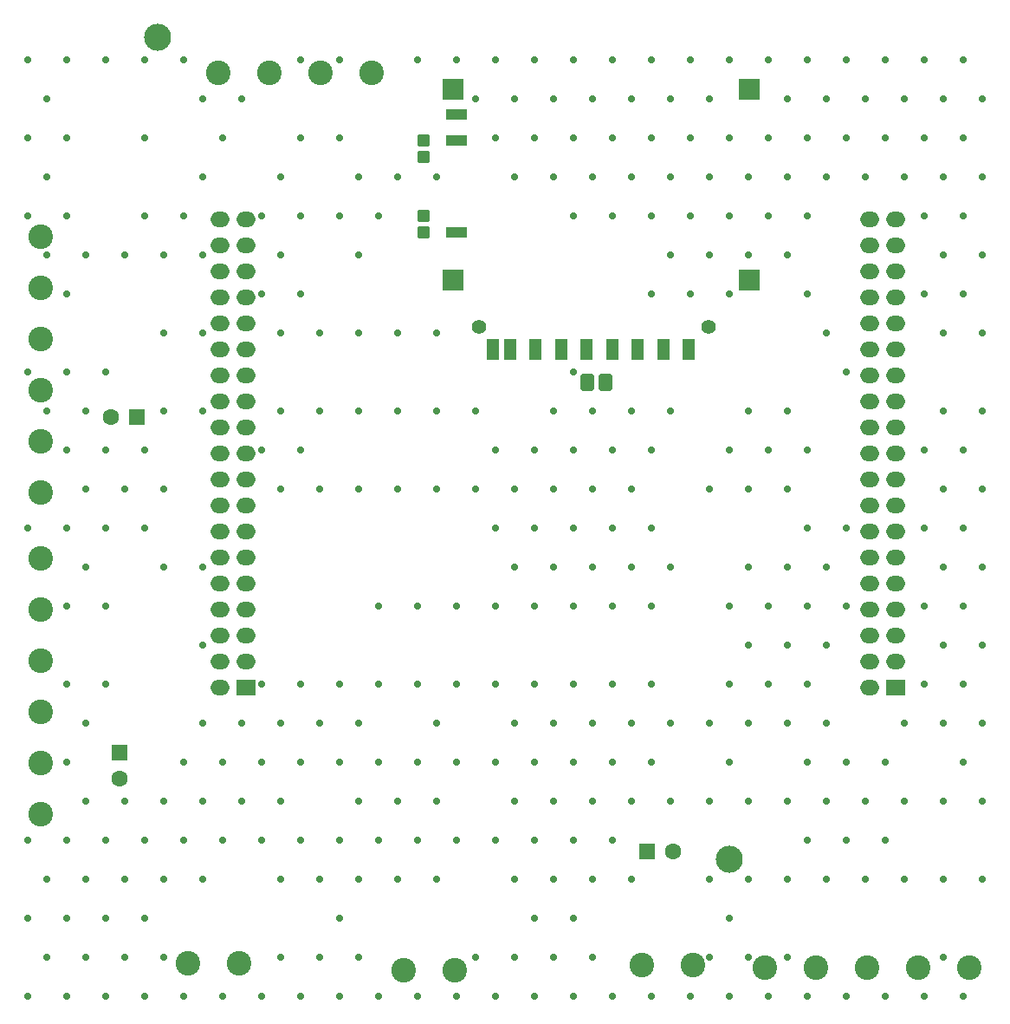
<source format=gbs>
G04*
G04 #@! TF.GenerationSoftware,Altium Limited,Altium Designer,21.0.9 (235)*
G04*
G04 Layer_Color=16711935*
%FSLAX25Y25*%
%MOIN*%
G70*
G04*
G04 #@! TF.SameCoordinates,EF3E8415-0D1F-43D6-88A8-43D94B7D360D*
G04*
G04*
G04 #@! TF.FilePolarity,Negative*
G04*
G01*
G75*
G04:AMPARAMS|DCode=27|XSize=53.21mil|YSize=66.99mil|CornerRadius=6.92mil|HoleSize=0mil|Usage=FLASHONLY|Rotation=0.000|XOffset=0mil|YOffset=0mil|HoleType=Round|Shape=RoundedRectangle|*
%AMROUNDEDRECTD27*
21,1,0.05321,0.05315,0,0,0.0*
21,1,0.03937,0.06699,0,0,0.0*
1,1,0.01384,0.01968,-0.02657*
1,1,0.01384,-0.01968,-0.02657*
1,1,0.01384,-0.01968,0.02657*
1,1,0.01384,0.01968,0.02657*
%
%ADD27ROUNDEDRECTD27*%
G04:AMPARAMS|DCode=36|XSize=47.31mil|YSize=43.37mil|CornerRadius=4.95mil|HoleSize=0mil|Usage=FLASHONLY|Rotation=180.000|XOffset=0mil|YOffset=0mil|HoleType=Round|Shape=RoundedRectangle|*
%AMROUNDEDRECTD36*
21,1,0.04731,0.03347,0,0,180.0*
21,1,0.03740,0.04337,0,0,180.0*
1,1,0.00991,-0.01870,0.01673*
1,1,0.00991,0.01870,0.01673*
1,1,0.00991,0.01870,-0.01673*
1,1,0.00991,-0.01870,-0.01673*
%
%ADD36ROUNDEDRECTD36*%
%ADD45C,0.10400*%
%ADD46C,0.09455*%
%ADD47R,0.06306X0.06306*%
%ADD48C,0.06306*%
%ADD49O,0.07400X0.05900*%
%ADD50R,0.07400X0.05900*%
%ADD51R,0.06306X0.06306*%
%ADD52C,0.05518*%
%ADD53C,0.02800*%
%ADD93R,0.04731X0.08274*%
%ADD94R,0.08274X0.04337*%
%ADD95R,0.08274X0.08274*%
D27*
X365453Y716000D02*
D03*
X372500D02*
D03*
D36*
X302500Y780000D02*
D03*
Y773701D02*
D03*
Y802701D02*
D03*
Y809000D02*
D03*
D45*
X420000Y532500D02*
D03*
X200000Y848500D02*
D03*
D46*
X155000Y609000D02*
D03*
Y589315D02*
D03*
Y549945D02*
D03*
Y569630D02*
D03*
Y648370D02*
D03*
Y628685D02*
D03*
X453315Y491000D02*
D03*
X433630D02*
D03*
X473000D02*
D03*
X492685D02*
D03*
X512370D02*
D03*
X406000Y492000D02*
D03*
X386315D02*
D03*
X223315Y835000D02*
D03*
X243000D02*
D03*
X282370D02*
D03*
X262685D02*
D03*
X231343Y492500D02*
D03*
X211658D02*
D03*
X294657Y490000D02*
D03*
X314342D02*
D03*
X155000Y732500D02*
D03*
Y712815D02*
D03*
Y673445D02*
D03*
Y693130D02*
D03*
Y771870D02*
D03*
Y752185D02*
D03*
D47*
X192000Y702500D02*
D03*
X388500Y535500D02*
D03*
D48*
X182000Y702500D02*
D03*
X185500Y563500D02*
D03*
X398500Y535500D02*
D03*
D49*
X224000Y778500D02*
D03*
X234000D02*
D03*
X224000Y768500D02*
D03*
X234000D02*
D03*
X224000Y758500D02*
D03*
X234000D02*
D03*
X224000Y748500D02*
D03*
X234000D02*
D03*
X224000Y738500D02*
D03*
X234000D02*
D03*
X224000Y728500D02*
D03*
X234000D02*
D03*
X224000Y718500D02*
D03*
X234000D02*
D03*
X224000Y708500D02*
D03*
X234000D02*
D03*
X224000Y698500D02*
D03*
X234000D02*
D03*
X224000Y688500D02*
D03*
X234000D02*
D03*
X224000Y678500D02*
D03*
X234000D02*
D03*
X224000Y668500D02*
D03*
X234000D02*
D03*
X224000Y658500D02*
D03*
X234000D02*
D03*
X224000Y648500D02*
D03*
X234000D02*
D03*
X224000Y638500D02*
D03*
X234000D02*
D03*
X224000Y628500D02*
D03*
X234000D02*
D03*
X224000Y618500D02*
D03*
X234000D02*
D03*
X224000Y608500D02*
D03*
X234000D02*
D03*
X224000Y598500D02*
D03*
X474000Y778500D02*
D03*
X484000D02*
D03*
X474000Y768500D02*
D03*
X484000D02*
D03*
X474000Y758500D02*
D03*
X484000D02*
D03*
X474000Y748500D02*
D03*
X484000D02*
D03*
X474000Y738500D02*
D03*
X484000D02*
D03*
X474000Y728500D02*
D03*
X484000D02*
D03*
X474000Y718500D02*
D03*
X484000D02*
D03*
X474000Y708500D02*
D03*
X484000D02*
D03*
X474000Y698500D02*
D03*
X484000D02*
D03*
X474000Y688500D02*
D03*
X484000D02*
D03*
X474000Y678500D02*
D03*
X484000D02*
D03*
X474000Y668500D02*
D03*
X484000D02*
D03*
X474000Y658500D02*
D03*
X484000D02*
D03*
X474000Y648500D02*
D03*
X484000D02*
D03*
X474000Y638500D02*
D03*
X484000D02*
D03*
X474000Y628500D02*
D03*
X484000D02*
D03*
X474000Y618500D02*
D03*
X484000D02*
D03*
X474000Y608500D02*
D03*
X484000D02*
D03*
X474000Y598500D02*
D03*
D50*
X234000D02*
D03*
X484000D02*
D03*
D51*
X185500Y573500D02*
D03*
D52*
X323799Y737303D02*
D03*
X411988D02*
D03*
D53*
X510000Y840000D02*
D03*
X517500Y825000D02*
D03*
X510000Y810000D02*
D03*
X517500Y795000D02*
D03*
X510000Y780000D02*
D03*
X517500Y765000D02*
D03*
X510000Y750000D02*
D03*
X517500Y735000D02*
D03*
Y705000D02*
D03*
X510000Y690000D02*
D03*
X517500Y675000D02*
D03*
X510000Y660000D02*
D03*
X517500Y645000D02*
D03*
X510000Y630000D02*
D03*
X517500Y615000D02*
D03*
X510000Y600000D02*
D03*
X517500Y585000D02*
D03*
X510000Y570000D02*
D03*
X517500Y555000D02*
D03*
Y525000D02*
D03*
X510000Y480000D02*
D03*
X495000Y840000D02*
D03*
X502500Y825000D02*
D03*
X495000Y810000D02*
D03*
X502500Y795000D02*
D03*
X495000Y780000D02*
D03*
X502500Y765000D02*
D03*
X495000Y750000D02*
D03*
X502500Y735000D02*
D03*
Y705000D02*
D03*
X495000Y690000D02*
D03*
X502500Y675000D02*
D03*
X495000Y660000D02*
D03*
X502500Y645000D02*
D03*
X495000Y630000D02*
D03*
X502500Y615000D02*
D03*
X495000Y600000D02*
D03*
X502500Y585000D02*
D03*
Y555000D02*
D03*
Y525000D02*
D03*
Y495000D02*
D03*
X495000Y480000D02*
D03*
X480000Y840000D02*
D03*
X487500Y825000D02*
D03*
X480000Y810000D02*
D03*
X487500Y795000D02*
D03*
Y585000D02*
D03*
X480000Y570000D02*
D03*
X487500Y555000D02*
D03*
X480000Y540000D02*
D03*
X487500Y525000D02*
D03*
X480000Y480000D02*
D03*
X465000Y840000D02*
D03*
X472500Y825000D02*
D03*
X465000Y810000D02*
D03*
X472500Y795000D02*
D03*
X465000Y720000D02*
D03*
Y660000D02*
D03*
Y630000D02*
D03*
Y570000D02*
D03*
X472500Y555000D02*
D03*
X465000Y540000D02*
D03*
X472500Y525000D02*
D03*
X465000Y480000D02*
D03*
X450000Y840000D02*
D03*
X457500Y825000D02*
D03*
X450000Y810000D02*
D03*
X457500Y795000D02*
D03*
X450000Y780000D02*
D03*
Y750000D02*
D03*
X457500Y735000D02*
D03*
X450000Y690000D02*
D03*
Y660000D02*
D03*
X457500Y645000D02*
D03*
X450000Y630000D02*
D03*
X457500Y615000D02*
D03*
X450000Y600000D02*
D03*
X457500Y585000D02*
D03*
X450000Y570000D02*
D03*
X457500Y555000D02*
D03*
X450000Y540000D02*
D03*
X457500Y525000D02*
D03*
X450000Y480000D02*
D03*
X435000Y840000D02*
D03*
X442500Y825000D02*
D03*
X435000Y810000D02*
D03*
X442500Y795000D02*
D03*
X435000Y780000D02*
D03*
X442500Y765000D02*
D03*
Y705000D02*
D03*
X435000Y690000D02*
D03*
X442500Y675000D02*
D03*
Y645000D02*
D03*
X435000Y630000D02*
D03*
X442500Y615000D02*
D03*
X435000Y600000D02*
D03*
X442500Y585000D02*
D03*
Y555000D02*
D03*
Y525000D02*
D03*
Y495000D02*
D03*
X435000Y480000D02*
D03*
X420000Y840000D02*
D03*
Y810000D02*
D03*
X427500Y795000D02*
D03*
X420000Y780000D02*
D03*
X427500Y765000D02*
D03*
X420000Y750000D02*
D03*
X427500Y705000D02*
D03*
X420000Y690000D02*
D03*
X427500Y675000D02*
D03*
Y645000D02*
D03*
X420000Y630000D02*
D03*
X427500Y615000D02*
D03*
X420000Y600000D02*
D03*
X427500Y585000D02*
D03*
X420000Y570000D02*
D03*
X427500Y555000D02*
D03*
Y525000D02*
D03*
X420000Y510000D02*
D03*
X427500Y495000D02*
D03*
X420000Y480000D02*
D03*
X405000Y840000D02*
D03*
X412500Y825000D02*
D03*
X405000Y810000D02*
D03*
X412500Y795000D02*
D03*
X405000Y780000D02*
D03*
X412500Y765000D02*
D03*
X405000Y750000D02*
D03*
X412500Y675000D02*
D03*
Y585000D02*
D03*
Y555000D02*
D03*
Y525000D02*
D03*
Y495000D02*
D03*
X405000Y480000D02*
D03*
X390000Y840000D02*
D03*
X397500Y825000D02*
D03*
X390000Y810000D02*
D03*
X397500Y795000D02*
D03*
X390000Y780000D02*
D03*
X397500Y765000D02*
D03*
X390000Y750000D02*
D03*
X397500Y705000D02*
D03*
X390000Y690000D02*
D03*
Y660000D02*
D03*
X397500Y645000D02*
D03*
X390000Y630000D02*
D03*
Y600000D02*
D03*
X397500Y585000D02*
D03*
X390000Y570000D02*
D03*
X397500Y555000D02*
D03*
X390000Y480000D02*
D03*
X375000Y840000D02*
D03*
X382500Y825000D02*
D03*
X375000Y810000D02*
D03*
X382500Y795000D02*
D03*
X375000Y780000D02*
D03*
X382500Y705000D02*
D03*
X375000Y690000D02*
D03*
X382500Y675000D02*
D03*
X375000Y660000D02*
D03*
X382500Y645000D02*
D03*
X375000Y630000D02*
D03*
Y600000D02*
D03*
X382500Y585000D02*
D03*
X375000Y570000D02*
D03*
X382500Y555000D02*
D03*
X375000Y540000D02*
D03*
X382500Y525000D02*
D03*
X375000Y480000D02*
D03*
X360000Y840000D02*
D03*
X367500Y825000D02*
D03*
X360000Y810000D02*
D03*
X367500Y795000D02*
D03*
X360000Y780000D02*
D03*
Y720000D02*
D03*
X367500Y705000D02*
D03*
X360000Y690000D02*
D03*
X367500Y675000D02*
D03*
X360000Y660000D02*
D03*
X367500Y645000D02*
D03*
X360000Y630000D02*
D03*
Y600000D02*
D03*
X367500Y585000D02*
D03*
X360000Y570000D02*
D03*
X367500Y555000D02*
D03*
X360000Y540000D02*
D03*
X367500Y525000D02*
D03*
X360000Y510000D02*
D03*
X367500Y495000D02*
D03*
X360000Y480000D02*
D03*
X345000Y840000D02*
D03*
X352500Y825000D02*
D03*
X345000Y810000D02*
D03*
X352500Y795000D02*
D03*
Y705000D02*
D03*
X345000Y690000D02*
D03*
X352500Y675000D02*
D03*
X345000Y660000D02*
D03*
X352500Y645000D02*
D03*
X345000Y630000D02*
D03*
Y600000D02*
D03*
X352500Y585000D02*
D03*
X345000Y570000D02*
D03*
X352500Y555000D02*
D03*
X345000Y540000D02*
D03*
X352500Y525000D02*
D03*
X345000Y510000D02*
D03*
X352500Y495000D02*
D03*
X345000Y480000D02*
D03*
X330000Y840000D02*
D03*
X337500Y825000D02*
D03*
X330000Y810000D02*
D03*
X337500Y795000D02*
D03*
X330000Y690000D02*
D03*
X337500Y675000D02*
D03*
X330000Y660000D02*
D03*
X337500Y645000D02*
D03*
X330000Y630000D02*
D03*
Y600000D02*
D03*
X337500Y585000D02*
D03*
X330000Y570000D02*
D03*
X337500Y555000D02*
D03*
X330000Y540000D02*
D03*
X337500Y525000D02*
D03*
Y495000D02*
D03*
X330000Y480000D02*
D03*
X315000Y840000D02*
D03*
X322500Y825000D02*
D03*
Y705000D02*
D03*
Y675000D02*
D03*
X315000Y630000D02*
D03*
Y600000D02*
D03*
Y570000D02*
D03*
Y540000D02*
D03*
X322500Y495000D02*
D03*
X315000Y480000D02*
D03*
X300000Y840000D02*
D03*
X307500Y795000D02*
D03*
Y735000D02*
D03*
Y705000D02*
D03*
Y675000D02*
D03*
X300000Y630000D02*
D03*
Y600000D02*
D03*
X307500Y585000D02*
D03*
X300000Y570000D02*
D03*
X307500Y555000D02*
D03*
X300000Y540000D02*
D03*
X307500Y525000D02*
D03*
X300000Y480000D02*
D03*
X292500Y795000D02*
D03*
X285000Y780000D02*
D03*
X292500Y735000D02*
D03*
Y705000D02*
D03*
Y675000D02*
D03*
X285000Y630000D02*
D03*
Y600000D02*
D03*
Y570000D02*
D03*
X292500Y555000D02*
D03*
X285000Y540000D02*
D03*
X292500Y525000D02*
D03*
X285000Y480000D02*
D03*
X270000Y840000D02*
D03*
Y810000D02*
D03*
X277500Y795000D02*
D03*
X270000Y780000D02*
D03*
X277500Y765000D02*
D03*
Y735000D02*
D03*
Y705000D02*
D03*
Y675000D02*
D03*
X270000Y600000D02*
D03*
X277500Y585000D02*
D03*
X270000Y570000D02*
D03*
X277500Y555000D02*
D03*
X270000Y540000D02*
D03*
X277500Y525000D02*
D03*
X270000Y510000D02*
D03*
X277500Y495000D02*
D03*
X270000Y480000D02*
D03*
X255000Y840000D02*
D03*
Y810000D02*
D03*
Y780000D02*
D03*
Y750000D02*
D03*
X262500Y735000D02*
D03*
Y705000D02*
D03*
X255000Y690000D02*
D03*
X262500Y675000D02*
D03*
X255000Y600000D02*
D03*
X262500Y585000D02*
D03*
X255000Y570000D02*
D03*
Y540000D02*
D03*
X262500Y525000D02*
D03*
Y495000D02*
D03*
X255000Y480000D02*
D03*
X247500Y795000D02*
D03*
X240000Y780000D02*
D03*
X247500Y765000D02*
D03*
X240000Y750000D02*
D03*
X247500Y735000D02*
D03*
Y705000D02*
D03*
X240000Y690000D02*
D03*
X247500Y675000D02*
D03*
X240000Y600000D02*
D03*
X247500Y585000D02*
D03*
X240000Y570000D02*
D03*
X247500Y555000D02*
D03*
X240000Y540000D02*
D03*
X247500Y525000D02*
D03*
Y495000D02*
D03*
X240000Y480000D02*
D03*
X232500Y825000D02*
D03*
X225000Y810000D02*
D03*
X232500Y585000D02*
D03*
X225000Y570000D02*
D03*
X232500Y555000D02*
D03*
X225000Y540000D02*
D03*
Y480000D02*
D03*
X210000Y840000D02*
D03*
X217500Y825000D02*
D03*
Y795000D02*
D03*
X210000Y780000D02*
D03*
X217500Y765000D02*
D03*
Y735000D02*
D03*
Y705000D02*
D03*
Y645000D02*
D03*
Y615000D02*
D03*
Y585000D02*
D03*
X210000Y570000D02*
D03*
X217500Y555000D02*
D03*
X210000Y540000D02*
D03*
X217500Y525000D02*
D03*
X210000Y480000D02*
D03*
X195000Y840000D02*
D03*
Y810000D02*
D03*
Y780000D02*
D03*
X202500Y765000D02*
D03*
Y735000D02*
D03*
Y705000D02*
D03*
X195000Y690000D02*
D03*
X202500Y675000D02*
D03*
X195000Y660000D02*
D03*
X202500Y645000D02*
D03*
Y555000D02*
D03*
X195000Y540000D02*
D03*
X202500Y525000D02*
D03*
X195000Y510000D02*
D03*
X202500Y495000D02*
D03*
X195000Y480000D02*
D03*
X180000Y840000D02*
D03*
X187500Y765000D02*
D03*
X180000Y720000D02*
D03*
Y690000D02*
D03*
X187500Y675000D02*
D03*
X180000Y660000D02*
D03*
Y630000D02*
D03*
Y600000D02*
D03*
X187500Y555000D02*
D03*
X180000Y540000D02*
D03*
X187500Y525000D02*
D03*
X180000Y510000D02*
D03*
X187500Y495000D02*
D03*
X180000Y480000D02*
D03*
X165000Y840000D02*
D03*
Y810000D02*
D03*
Y780000D02*
D03*
X172500Y765000D02*
D03*
X165000Y750000D02*
D03*
Y720000D02*
D03*
X172500Y705000D02*
D03*
X165000Y690000D02*
D03*
X172500Y675000D02*
D03*
X165000Y660000D02*
D03*
X172500Y645000D02*
D03*
X165000Y630000D02*
D03*
Y600000D02*
D03*
X172500Y585000D02*
D03*
X165000Y570000D02*
D03*
X172500Y555000D02*
D03*
X165000Y540000D02*
D03*
X172500Y525000D02*
D03*
X165000Y510000D02*
D03*
X172500Y495000D02*
D03*
X165000Y480000D02*
D03*
X150000Y840000D02*
D03*
X157500Y825000D02*
D03*
X150000Y810000D02*
D03*
X157500Y795000D02*
D03*
X150000Y780000D02*
D03*
X157500Y765000D02*
D03*
X150000Y720000D02*
D03*
X157500Y705000D02*
D03*
X150000Y660000D02*
D03*
Y540000D02*
D03*
X157500Y525000D02*
D03*
X150000Y510000D02*
D03*
X157500Y495000D02*
D03*
X150000Y480000D02*
D03*
D93*
X394567Y728642D02*
D03*
X384724D02*
D03*
X374882D02*
D03*
X365039D02*
D03*
X355197D02*
D03*
X345354D02*
D03*
X335807D02*
D03*
X329114D02*
D03*
X404410D02*
D03*
D94*
X315138Y773524D02*
D03*
Y808760D02*
D03*
Y818996D02*
D03*
D95*
X313563Y755217D02*
D03*
X427736D02*
D03*
X313563Y828642D02*
D03*
X427736D02*
D03*
M02*

</source>
